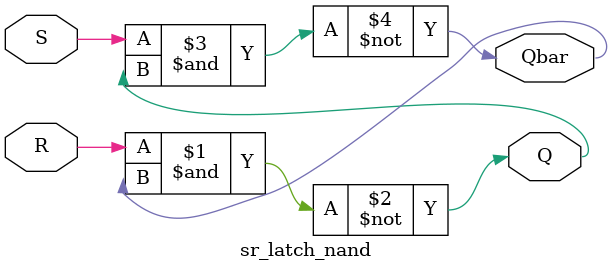
<source format=v>
module sr_latch_nand(
    input S,
    input R,
    output Q,
    output Qbar
);
    nand (Q, R, Qbar);
    nand (Qbar, S, Q);

endmodule

</source>
